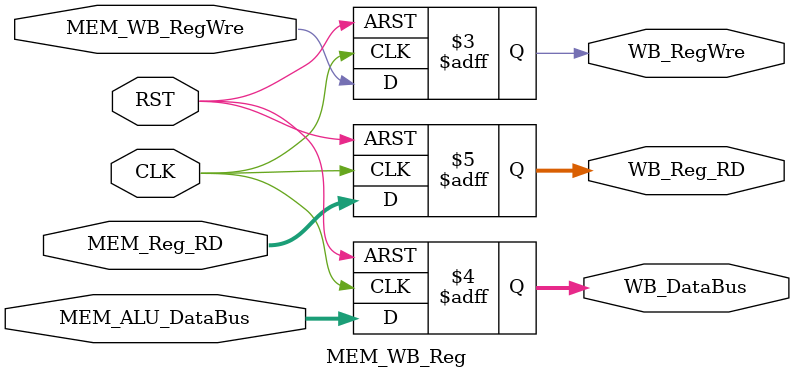
<source format=v>
`timescale 1ns / 1ps
module MEM_WB_Reg(
  input CLK,
  input RST,
  input MEM_WB_RegWre,
  //input MEM_WB_MEMtoReg,
  input [4:0] MEM_Reg_RD,
  //input [31:0] ALU_DataBus,
  //input [31:0] MEM_DataBus,
  input [31:0] MEM_ALU_DataBus,
  
  output reg WB_RegWre,
  output reg [31:0] WB_DataBus,
  output reg [4:0] WB_Reg_RD
  );
  
  always@(posedge CLK or negedge RST)
  begin
    if(~RST)
      begin
        WB_RegWre <= 0;
        WB_DataBus <= 32'b0;
        WB_Reg_RD <= 5'b0;
      end
    else
      begin
        WB_RegWre <= MEM_WB_RegWre;
        WB_Reg_RD <= MEM_Reg_RD;
        WB_DataBus <= MEM_ALU_DataBus;
        /*
        if(~MEM_WB_MEMtoReg)
          begin
            WB_DataBus <= ALU_DataBus;
          end
        else
          begin
            WB_DataBus <= MEM_DataBus;
          end
          */
      end
  end
endmodule
   
  

</source>
